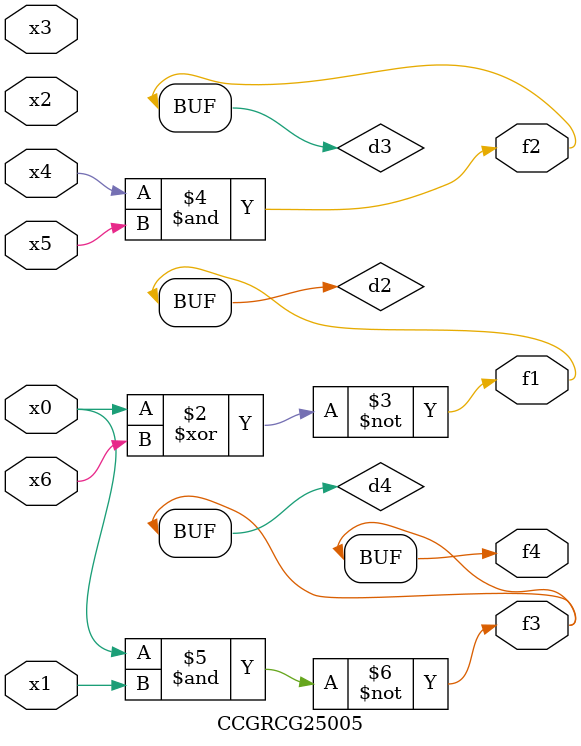
<source format=v>
module CCGRCG25005(
	input x0, x1, x2, x3, x4, x5, x6,
	output f1, f2, f3, f4
);

	wire d1, d2, d3, d4;

	nor (d1, x0);
	xnor (d2, x0, x6);
	and (d3, x4, x5);
	nand (d4, x0, x1);
	assign f1 = d2;
	assign f2 = d3;
	assign f3 = d4;
	assign f4 = d4;
endmodule

</source>
